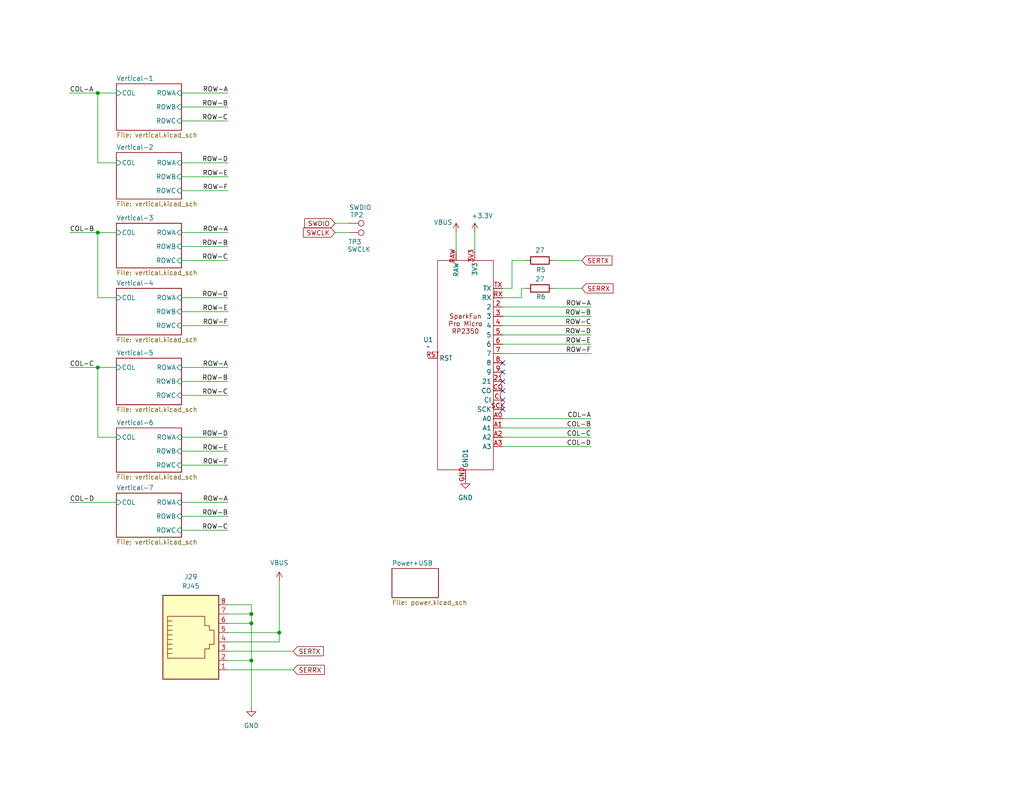
<source format=kicad_sch>
(kicad_sch (version 20231120) (generator "eeschema") (generator_version "8.0")
  (paper "A")
  (title_block (title "Jolt 2 - Left"))
  (lib_symbols
    (symbol "Connector:RJ45" (pin_names (offset 1.016))
      (property "Reference" "J" (at -5.08 13.97 0))
      (property "Value" "RJ45" (at 2.54 13.97 0))
      (symbol "RJ45_0_1"
        (polyline (pts (xy -5.08 4.445) (xy -6.35 4.445)))
        (polyline (pts (xy -5.08 5.715) (xy -6.35 5.715)))
        (polyline (pts (xy -6.35 -3.175) (xy -5.08 -3.175) (xy -5.08 -3.175)))
        (polyline (pts (xy -6.35 -1.905) (xy -5.08 -1.905) (xy -5.08 -1.905)))
        (polyline (pts (xy -6.35 -0.635) (xy -5.08 -0.635) (xy -5.08 -0.635)))
        (polyline (pts (xy -6.35 0.635) (xy -5.08 0.635) (xy -5.08 0.635)))
        (polyline (pts (xy -6.35 1.905) (xy -5.08 1.905) (xy -5.08 1.905)))
        (polyline (pts (xy -5.08 3.175) (xy -6.35 3.175) (xy -6.35 3.175)))
        (polyline (pts (xy -6.35 -4.445) (xy -6.35 6.985) (xy 3.81 6.985) (xy 3.81 4.445) (xy 5.08 4.445) (xy 5.08 3.175) (xy 6.35 3.175) (xy 6.35 -0.635) (xy 5.08 -0.635) (xy 5.08 -1.905) (xy 3.81 -1.905) (xy 3.81 -4.445) (xy -6.35 -4.445) (xy -6.35 -4.445)))
        (rectangle (start 7.62 12.7) (end -7.62 -10.16) (stroke (width 0.254)) (fill (type background)))
      )
      (symbol "RJ45_1_1"
        (pin passive line (at 10.16 -7.62 180) (length 2.54) (name "~") (number "1"))
        (pin passive line (at 10.16 -5.08 180) (length 2.54) (name "~") (number "2"))
        (pin passive line (at 10.16 -2.54 180) (length 2.54) (name "~") (number "3"))
        (pin passive line (at 10.16 0 180) (length 2.54) (name "~") (number "4"))
        (pin passive line (at 10.16 2.54 180) (length 2.54) (name "~") (number "5"))
        (pin passive line (at 10.16 5.08 180) (length 2.54) (name "~") (number "6"))
        (pin passive line (at 10.16 7.62 180) (length 2.54) (name "~") (number "7"))
        (pin passive line (at 10.16 10.16 180) (length 2.54) (name "~") (number "8"))
      )
    )
    (symbol "Connector:TestPoint" (pin_numbers hide) (pin_names (offset 0.762) hide)
      (property "Reference" "TP" (at 0 6.858 0))
      (property "Value" "TestPoint" (at 0 5.08 0))
      (symbol "TestPoint_0_1"
        (circle (center 0 3.302) (radius 0.762))
      )
      (symbol "TestPoint_1_1"
        (pin passive line (at 0 0 90) (length 2.54) (name "1") (number "1"))
      )
    )
    (symbol "David Brown Keyboard Parts:SparkFun_Pro_Micro_RP2350"
      (property "Reference" "U" (at 0 0 0))
      (symbol "SparkFun_Pro_Micro_RP2350_0_1"
        (rectangle (start -7.62 30.48) (end 7.62 -26.67))
      )
      (symbol "SparkFun_Pro_Micro_RP2350_1_0"
        (pin bidirectional line (at 10.16 17.78 180) (length 2.54) (name "2") (number "2"))
        (pin bidirectional line (at 10.16 -2.54 180) (length 2.54) (name "21") (number "21"))
        (pin bidirectional line (at 10.16 15.24 180) (length 2.54) (name "3") (number "3"))
        (pin bidirectional line (at 10.16 12.7 180) (length 2.54) (name "4") (number "4"))
        (pin bidirectional line (at 10.16 10.16 180) (length 2.54) (name "5") (number "5"))
        (pin bidirectional line (at 10.16 7.62 180) (length 2.54) (name "6") (number "6"))
        (pin bidirectional line (at 10.16 5.08 180) (length 2.54) (name "7") (number "7"))
        (pin bidirectional line (at 10.16 2.54 180) (length 2.54) (name "8") (number "8"))
        (pin bidirectional line (at 10.16 0 180) (length 2.54) (name "9") (number "9"))
        (pin bidirectional line (at 10.16 -12.7 180) (length 2.54) (name "A0") (number "A0"))
        (pin bidirectional line (at 10.16 -15.24 180) (length 2.54) (name "A1") (number "A1"))
        (pin bidirectional line (at 10.16 -17.78 180) (length 2.54) (name "A2") (number "A2"))
        (pin bidirectional line (at 10.16 -20.32 180) (length 2.54) (name "A3") (number "A3"))
        (pin bidirectional line (at 10.16 -7.62 180) (length 2.54) (name "CI") (number "CI"))
        (pin bidirectional line (at 10.16 -5.08 180) (length 2.54) (name "CO") (number "CO"))
        (pin bidirectional line (at 10.16 20.32 180) (length 2.54) (name "RX") (number "RX"))
        (pin bidirectional line (at 10.16 -10.16 180) (length 2.54) (name "SCK") (number "SCK"))
      )
      (symbol "SparkFun_Pro_Micro_RP2350_1_1"
        (text "SparkFun\nPro Micro\nRP2350" (at 0 13.208 0) (effects (font (size 1.27 1.27))))
        (pin power_out line (at 2.54 33.02 270) (length 2.54) (name "3V3") (number "3V3"))
        (pin power_in line (at 0 -29.21 90) (length 2.54) (name "GND1") (number "GND"))
        (pin power_in line (at 0 -29.21 90) (length 2.54) hide (name "GND2") (number "GND"))
        (pin power_in line (at -2.54 33.02 270) (length 2.54) (name "RAW") (number "RAW"))
        (pin input line (at -10.16 3.81 0) (length 2.54) (name "RST") (number "RST"))
        (pin bidirectional line (at 10.16 22.86 180) (length 2.54) (name "TX") (number "TX"))
      )
    )
    (symbol "Device:R" (pin_numbers hide) (pin_names (offset 0))
      (property "Reference" "R" (at 2.032 0 90))
      (property "Value" "R" (at 0 0 90))
      (symbol "R_0_1"
        (rectangle (start -1.016 -2.54) (end 1.016 2.54) (stroke (width 0.254)))
      )
      (symbol "R_1_1"
        (pin passive line (at 0 3.81 270) (length 1.27) (name "~") (number "1"))
        (pin passive line (at 0 -3.81 90) (length 1.27) (name "~") (number "2"))
      )
    )
    (symbol "power:+3.3V" (power) (pin_numbers hide) (pin_names (offset 0) hide)
      (property "Value" "+3.3V" (at 0 3.556 0))
      (symbol "+3.3V_0_1"
        (polyline (pts (xy -0.762 1.27) (xy 0 2.54)))
        (polyline (pts (xy 0 0) (xy 0 2.54)))
        (polyline (pts (xy 0 2.54) (xy 0.762 1.27)))
      )
      (symbol "+3.3V_1_1"
        (pin power_in line (at 0 0 90) (length 0) (name "~") (number "1"))
      )
    )
    (symbol "power:GND" (power) (pin_numbers hide) (pin_names (offset 0) hide)
      (property "Value" "GND" (at 0 -3.81 0))
      (symbol "GND_0_1"
        (polyline (pts (xy 0 0) (xy 0 -1.27) (xy 1.27 -1.27) (xy 0 -2.54) (xy -1.27 -1.27) (xy 0 -1.27)))
      )
      (symbol "GND_1_1"
        (pin power_in line (at 0 0 270) (length 0) (name "~") (number "1"))
      )
    )
    (symbol "power:VBUS" (power) (pin_numbers hide) (pin_names (offset 0) hide)
      (property "Value" "VBUS" (at 0 3.556 0))
      (symbol "VBUS_0_1"
        (polyline (pts (xy -0.762 1.27) (xy 0 2.54)))
        (polyline (pts (xy 0 0) (xy 0 2.54)))
        (polyline (pts (xy 0 2.54) (xy 0.762 1.27)))
      )
      (symbol "VBUS_1_1"
        (pin power_in line (at 0 0 90) (length 0) (name "~") (number "1"))
      )
    )
  )
  (junction (at 68.58 167.64))
  (junction (at 68.58 170.18))
  (junction (at 26.67 100.33))
  (junction (at 26.67 25.4))
  (junction (at 76.2 172.72))
  (junction (at 26.67 63.5))
  (junction (at 68.58 180.34))
  (no_connect (at 137.16 104.14))
  (no_connect (at 137.16 109.22))
  (no_connect (at 137.16 99.06))
  (no_connect (at 137.16 106.68))
  (no_connect (at 137.16 101.6))
  (no_connect (at 137.16 111.76))
  (wire (pts (xy 26.67 100.33) (xy 31.75 100.33)))
  (wire (pts (xy 31.75 137.16) (xy 19.05 137.16)))
  (wire (pts (xy 68.58 170.18) (xy 68.58 180.34)))
  (wire (pts (xy 49.53 127) (xy 62.23 127)))
  (wire (pts (xy 31.75 81.28) (xy 26.67 81.28)))
  (wire (pts (xy 151.13 71.12) (xy 158.75 71.12)))
  (wire (pts (xy 62.23 182.88) (xy 80.01 182.88)))
  (wire (pts (xy 49.53 119.38) (xy 62.23 119.38)))
  (wire (pts (xy 62.23 170.18) (xy 68.58 170.18)))
  (wire (pts (xy 62.23 165.1) (xy 68.58 165.1)))
  (wire (pts (xy 49.53 100.33) (xy 62.23 100.33)))
  (wire (pts (xy 49.53 104.14) (xy 62.23 104.14)))
  (wire (pts (xy 137.16 121.92) (xy 161.29 121.92)))
  (wire (pts (xy 129.54 63.5) (xy 129.54 68.58)))
  (wire (pts (xy 137.16 86.36) (xy 161.29 86.36)))
  (wire (pts (xy 137.16 114.3) (xy 161.29 114.3)))
  (wire (pts (xy 31.75 44.45) (xy 26.67 44.45)))
  (wire (pts (xy 62.23 180.34) (xy 68.58 180.34)))
  (wire (pts (xy 49.53 52.07) (xy 62.23 52.07)))
  (wire (pts (xy 62.23 167.64) (xy 68.58 167.64)))
  (wire (pts (xy 49.53 88.9) (xy 62.23 88.9)))
  (wire (pts (xy 49.53 140.97) (xy 62.23 140.97)))
  (wire (pts (xy 139.7 71.12) (xy 139.7 78.74)))
  (wire (pts (xy 49.53 33.02) (xy 62.23 33.02)))
  (wire (pts (xy 31.75 119.38) (xy 26.67 119.38)))
  (wire (pts (xy 143.51 71.12) (xy 139.7 71.12)))
  (wire (pts (xy 76.2 175.26) (xy 76.2 172.72)))
  (wire (pts (xy 62.23 177.8) (xy 80.01 177.8)))
  (wire (pts (xy 49.53 63.5) (xy 62.23 63.5)))
  (wire (pts (xy 49.53 25.4) (xy 62.23 25.4)))
  (wire (pts (xy 62.23 175.26) (xy 76.2 175.26)))
  (wire (pts (xy 137.16 83.82) (xy 161.29 83.82)))
  (wire (pts (xy 76.2 158.75) (xy 76.2 172.72)))
  (wire (pts (xy 26.67 119.38) (xy 26.67 100.33)))
  (wire (pts (xy 68.58 165.1) (xy 68.58 167.64)))
  (wire (pts (xy 49.53 81.28) (xy 62.23 81.28)))
  (wire (pts (xy 62.23 172.72) (xy 76.2 172.72)))
  (wire (pts (xy 49.53 137.16) (xy 62.23 137.16)))
  (wire (pts (xy 68.58 167.64) (xy 68.58 170.18)))
  (wire (pts (xy 26.67 63.5) (xy 31.75 63.5)))
  (wire (pts (xy 142.24 81.28) (xy 142.24 78.74)))
  (wire (pts (xy 68.58 180.34) (xy 68.58 193.04)))
  (wire (pts (xy 49.53 48.26) (xy 62.23 48.26)))
  (wire (pts (xy 19.05 63.5) (xy 26.67 63.5)))
  (wire (pts (xy 26.67 25.4) (xy 26.67 44.45)))
  (wire (pts (xy 124.46 63.5) (xy 124.46 68.58)))
  (wire (pts (xy 91.44 63.5) (xy 95.25 63.5)))
  (wire (pts (xy 19.05 25.4) (xy 26.67 25.4)))
  (wire (pts (xy 142.24 78.74) (xy 143.51 78.74)))
  (wire (pts (xy 19.05 100.33) (xy 26.67 100.33)))
  (wire (pts (xy 26.67 25.4) (xy 31.75 25.4)))
  (wire (pts (xy 137.16 119.38) (xy 161.29 119.38)))
  (wire (pts (xy 137.16 116.84) (xy 161.29 116.84)))
  (wire (pts (xy 49.53 71.12) (xy 62.23 71.12)))
  (wire (pts (xy 49.53 29.21) (xy 62.23 29.21)))
  (wire (pts (xy 49.53 67.31) (xy 62.23 67.31)))
  (wire (pts (xy 49.53 44.45) (xy 62.23 44.45)))
  (wire (pts (xy 49.53 144.78) (xy 62.23 144.78)))
  (wire (pts (xy 137.16 78.74) (xy 139.7 78.74)))
  (wire (pts (xy 151.13 78.74) (xy 158.75 78.74)))
  (wire (pts (xy 91.44 60.96) (xy 95.25 60.96)))
  (wire (pts (xy 137.16 88.9) (xy 161.29 88.9)))
  (wire (pts (xy 49.53 107.95) (xy 62.23 107.95)))
  (wire (pts (xy 137.16 93.98) (xy 161.29 93.98)))
  (wire (pts (xy 49.53 123.19) (xy 62.23 123.19)))
  (wire (pts (xy 49.53 85.09) (xy 62.23 85.09)))
  (wire (pts (xy 137.16 96.52) (xy 161.29 96.52)))
  (wire (pts (xy 137.16 91.44) (xy 161.29 91.44)))
  (wire (pts (xy 26.67 81.28) (xy 26.67 63.5)))
  (wire (pts (xy 137.16 81.28) (xy 142.24 81.28)))
  (label "ROW-F" (at 62.23 88.9 180))
  (label "COL-C" (at 19.05 100.33 0))
  (label "ROW-B" (at 62.23 29.21 180))
  (label "COL-D" (at 19.05 137.16 0))
  (label "ROW-E" (at 62.23 48.26 180))
  (label "COL-D" (at 161.29 121.92 180))
  (label "ROW-F" (at 62.23 127 180))
  (label "ROW-D" (at 62.23 119.38 180))
  (label "ROW-B" (at 62.23 104.14 180))
  (label "ROW-A" (at 161.29 83.82 180))
  (label "COL-A" (at 161.29 114.3 180))
  (label "COL-B" (at 19.05 63.5 0))
  (label "ROW-C" (at 62.23 107.95 180))
  (label "ROW-A" (at 62.23 100.33 180))
  (label "ROW-C" (at 62.23 144.78 180))
  (label "ROW-D" (at 161.29 91.44 180))
  (label "ROW-B" (at 161.29 86.36 180))
  (label "ROW-A" (at 62.23 137.16 180))
  (label "ROW-E" (at 62.23 123.19 180))
  (label "ROW-B" (at 62.23 67.31 180))
  (label "ROW-A" (at 62.23 25.4 180))
  (label "COL-A" (at 19.05 25.4 0))
  (label "ROW-F" (at 161.29 96.52 180))
  (label "COL-C" (at 161.29 119.38 180))
  (label "ROW-C" (at 62.23 71.12 180))
  (label "ROW-D" (at 62.23 44.45 180))
  (label "ROW-A" (at 62.23 63.5 180))
  (label "COL-B" (at 161.29 116.84 180))
  (label "ROW-C" (at 161.29 88.9 180))
  (label "ROW-E" (at 161.29 93.98 180))
  (label "ROW-C" (at 62.23 33.02 180))
  (label "ROW-F" (at 62.23 52.07 180))
  (label "ROW-B" (at 62.23 140.97 180))
  (label "ROW-D" (at 62.23 81.28 180))
  (label "ROW-E" (at 62.23 85.09 180))
  (global_label "SERRX" (shape input) (at 158.75 78.74 0) (property "Intersheetrefs" "${INTERSHEET_REFS}" (effects (hide yes))))
  (global_label "SWCLK" (shape input) (at 91.44 63.5 180) (property "Intersheetrefs" "${INTERSHEET_REFS}" (effects (hide yes))))
  (global_label "SERTX" (shape input) (at 158.75 71.12 0) (property "Intersheetrefs" "${INTERSHEET_REFS}" (effects (hide yes))))
  (global_label "SERTX" (shape input) (at 80.01 177.8 0) (property "Intersheetrefs" "${INTERSHEET_REFS}" (effects (hide yes))))
  (global_label "SWDIO" (shape input) (at 91.44 60.96 180) (property "Intersheetrefs" "${INTERSHEET_REFS}" (effects (hide yes))))
  (global_label "SERRX" (shape input) (at 80.01 182.88 0) (property "Intersheetrefs" "${INTERSHEET_REFS}" (effects (hide yes))))
  (symbol (lib_id "Connector:RJ45") (at 52.07 175.26 0) (unit 1)
    (property "Reference" "J29" (at 52.07 157.48 0))
    (property "Value" "RJ45" (at 52.07 160.02 0))
    (property "Footprint" "Connector_RJ:RJ45_Amphenol_54602-x08_Horizontal" (effects (hide yes)))
    (property "Description" "RJ connector, 8P8C (8 positions 8 connected)" (effects (hide yes)))
  )
  (symbol (lib_id "David Brown Keyboard Parts:SparkFun_Pro_Micro_RP2350") (at 127 101.6 0) (unit 1)
    (property "Reference" "U1" (at 116.84 92.7414 0))
    (property "Value" "~" (at 116.84 94.6465 0))
    (property "Footprint" "davidb-keyboard-foot:SparkFun_Pro_Micro_RP2350" (effects (hide yes)))
  )
  (symbol (lib_id "power:GND") (at 68.58 193.04 0) (unit 1)
    (property "Reference" "#PWR06" (effects (hide yes)))
    (property "Value" "GND" (at 68.58 198.12 0))
    (property "Description" "Power symbol creates a global label with name \"GND\" , ground" (effects (hide yes)))
  )
  (symbol (lib_id "Device:R") (at 147.32 71.12 90) (unit 1)
    (property "Reference" "R5" (at 147.574 73.66 90))
    (property "Value" "27" (at 147.32 68.326 90))
    (property "Footprint" "Resistor_SMD:R_0603_1608Metric_Pad0.98x0.95mm_HandSolder" (effects (hide yes)))
    (property "Description" "Resistor" (effects (hide yes)))
  )
  (symbol (lib_id "power:VBUS") (at 76.2 158.75 0) (unit 1)
    (property "Reference" "#PWR07" (effects (hide yes)))
    (property "Value" "VBUS" (at 76.2 153.67 0))
    (property "Description" "Power symbol creates a global label with name \"VBUS\"" (effects (hide yes)))
  )
  (symbol (lib_id "power:VBUS") (at 124.46 63.5 0) (unit 1)
    (property "Reference" "#PWR01" (effects (hide yes)))
    (property "Value" "VBUS" (at 120.904 60.706 0))
    (property "Description" "Power symbol creates a global label with name \"VBUS\"" (effects (hide yes)))
  )
  (symbol (lib_id "power:+3.3V") (at 129.54 63.5 0) (unit 1)
    (property "Reference" "#PWR02" (effects (hide yes)))
    (property "Value" "+3.3V" (at 131.572 58.928 0))
    (property "Description" "Power symbol creates a global label with name \"+3.3V\"" (effects (hide yes)))
  )
  (symbol (lib_id "Connector:TestPoint") (at 95.25 60.96 270) (unit 1)
    (property "Reference" "TP2" (at 95.504 58.674 90) (effects (justify left)))
    (property "Value" "SWDIO" (at 95.25 56.642 90) (effects (justify left)))
    (property "Footprint" "TestPoint:TestPoint_Pad_1.5x1.5mm" (effects (hide yes)))
    (property "Description" "test point" (effects (hide yes)))
  )
  (symbol (lib_id "Connector:TestPoint") (at 95.25 63.5 270) (unit 1)
    (property "Reference" "TP3" (at 94.996 66.04 90) (effects (justify left)))
    (property "Value" "SWCLK" (at 94.742 68.072 90) (effects (justify left)))
    (property "Footprint" "TestPoint:TestPoint_Pad_1.5x1.5mm" (effects (hide yes)))
    (property "Description" "test point" (effects (hide yes)))
  )
  (symbol (lib_id "Device:R") (at 147.32 78.74 90) (unit 1)
    (property "Reference" "R6" (at 147.574 81.026 90))
    (property "Value" "27" (at 147.32 76.2 90))
    (property "Footprint" "Resistor_SMD:R_0603_1608Metric_Pad0.98x0.95mm_HandSolder" (effects (hide yes)))
    (property "Description" "Resistor" (effects (hide yes)))
  )
  (symbol (lib_id "power:GND") (at 127 130.81 0) (unit 1)
    (property "Reference" "#PWR04" (effects (hide yes)))
    (property "Value" "GND" (at 127 135.89 0))
    (property "Description" "Power symbol creates a global label with name \"GND\" , ground" (effects (hide yes)))
  )
  (sheet (at 31.75 78.74) (size 17.78 12.7) (stroke (width 0.1524))
    (property "Sheetname" "Vertical-4" (at 31.75 78.0284 0) (effects (justify left bottom)))
    (property "Sheetfile" "vertical.kicad_sch" (at 31.75 92.0246 0) (effects (justify left top)))
    (pin "COL" input (at 31.75 81.28 180))
    (pin "ROWC" input (at 49.53 88.9 0))
    (pin "ROWA" input (at 49.53 81.28 0))
    (pin "ROWB" input (at 49.53 85.09 0))
  )
  (sheet (at 31.75 22.86) (size 17.78 12.7) (stroke (width 0.1524))
    (property "Sheetname" "Vertical-1" (at 31.75 22.1484 0) (effects (justify left bottom)))
    (property "Sheetfile" "vertical.kicad_sch" (at 31.75 36.1446 0) (effects (justify left top)))
    (pin "COL" input (at 31.75 25.4 180))
    (pin "ROWC" input (at 49.53 33.02 0))
    (pin "ROWA" input (at 49.53 25.4 0))
    (pin "ROWB" input (at 49.53 29.21 0))
  )
  (sheet (at 31.75 41.656) (size 17.78 12.7) (stroke (width 0.1524))
    (property "Sheetname" "Vertical-2" (at 31.75 40.9444 0) (effects (justify left bottom)))
    (property "Sheetfile" "vertical.kicad_sch" (at 31.75 54.9406 0) (effects (justify left top)))
    (pin "COL" input (at 31.75 44.45 180))
    (pin "ROWC" input (at 49.53 52.07 0))
    (pin "ROWA" input (at 49.53 44.45 0))
    (pin "ROWB" input (at 49.53 48.26 0))
  )
  (sheet (at 31.75 60.96) (size 17.78 12.192) (stroke (width 0.1524))
    (property "Sheetname" "Vertical-3" (at 31.75 60.2484 0) (effects (justify left bottom)))
    (property "Sheetfile" "vertical.kicad_sch" (at 31.75 73.7366 0) (effects (justify left top)))
    (pin "COL" input (at 31.75 63.5 180))
    (pin "ROWC" input (at 49.53 71.12 0))
    (pin "ROWA" input (at 49.53 63.5 0))
    (pin "ROWB" input (at 49.53 67.31 0))
  )
  (sheet (at 106.934 155.194) (size 12.7 8.001) (stroke (width 0.1524))
    (property "Sheetname" "Power+USB" (at 106.934 154.4824 0) (effects (justify left bottom)))
    (property "Sheetfile" "power.kicad_sch" (at 106.934 163.7796 0) (effects (justify left top)))
  )
  (sheet (at 31.75 116.84) (size 17.78 12.065) (stroke (width 0.1524))
    (property "Sheetname" "Vertical-6" (at 31.75 116.1284 0) (effects (justify left bottom)))
    (property "Sheetfile" "vertical.kicad_sch" (at 31.75 129.4896 0) (effects (justify left top)))
    (pin "COL" input (at 31.75 119.38 180))
    (pin "ROWC" input (at 49.53 127 0))
    (pin "ROWA" input (at 49.53 119.38 0))
    (pin "ROWB" input (at 49.53 123.19 0))
  )
  (sheet (at 31.75 97.79) (size 17.78 12.7) (stroke (width 0.1524))
    (property "Sheetname" "Vertical-5" (at 31.75 97.0784 0) (effects (justify left bottom)))
    (property "Sheetfile" "vertical.kicad_sch" (at 31.75 111.0746 0) (effects (justify left top)))
    (pin "COL" input (at 31.75 100.33 180))
    (pin "ROWC" input (at 49.53 107.95 0))
    (pin "ROWA" input (at 49.53 100.33 0))
    (pin "ROWB" input (at 49.53 104.14 0))
  )
  (sheet (at 31.75 134.62) (size 17.78 12.065) (stroke (width 0.1524))
    (property "Sheetname" "Vertical-7" (at 31.75 133.9084 0) (effects (justify left bottom)))
    (property "Sheetfile" "vertical.kicad_sch" (at 31.75 147.2696 0) (effects (justify left top)))
    (pin "COL" input (at 31.75 137.16 180))
    (pin "ROWC" input (at 49.53 144.78 0))
    (pin "ROWA" input (at 49.53 137.16 0))
    (pin "ROWB" input (at 49.53 140.97 0))
  )
)
</source>
